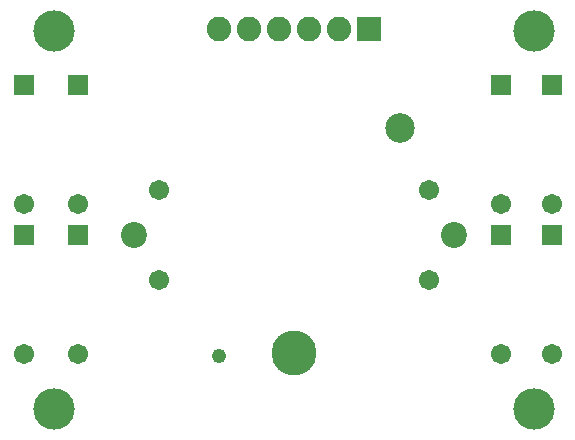
<source format=gbr>
G04 DipTrace 2.3.0.0*
%INBottomMask.gbr*%
%MOIN*%
%ADD21C,0.0984*%
%ADD22C,0.1496*%
%ADD23C,0.0866*%
%ADD24C,0.138*%
%ADD25C,0.1377*%
%ADD28C,0.048*%
%ADD30C,0.0671*%
%ADD32C,0.0671*%
%ADD34R,0.0671X0.0671*%
%ADD36C,0.082*%
%ADD38R,0.082X0.082*%
%FSLAX44Y44*%
G04*
G70*
G90*
G75*
G01*
%LNBotMask*%
%LPD*%
D28*
X11440Y6899D3*
D3*
D3*
D38*
X16440Y17791D3*
D36*
X15440D3*
X14440D3*
X13440D3*
X12440D3*
X11440D3*
D34*
X20840Y15928D3*
D32*
Y11952D3*
D34*
X22540Y15928D3*
D32*
Y11952D3*
D34*
X6740Y15928D3*
D32*
Y11952D3*
D34*
X4940Y15928D3*
D32*
Y11952D3*
D34*
X20840Y10928D3*
D32*
Y6952D3*
D34*
X22540Y10928D3*
D32*
Y6952D3*
D34*
X6740Y10928D3*
D32*
Y6952D3*
D34*
X4940Y10928D3*
D32*
Y6952D3*
D30*
X18440Y12444D3*
X9440D3*
Y9436D3*
X18440D3*
D21*
X17495Y14495D3*
D22*
X13940Y6991D3*
D23*
X8609Y10940D3*
X19270D3*
D24*
X21940Y17740D3*
X5940Y5140D3*
D25*
Y17740D3*
D24*
X21940Y5140D3*
M02*

</source>
